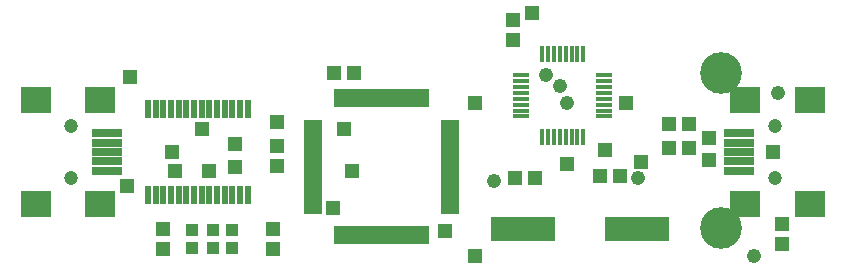
<source format=gts>
G75*
G70*
%OFA0B0*%
%FSLAX24Y24*%
%IPPOS*%
%LPD*%
%AMOC8*
5,1,8,0,0,1.08239X$1,22.5*
%
%ADD10R,0.0513X0.0474*%
%ADD11R,0.0395X0.0395*%
%ADD12R,0.0217X0.0630*%
%ADD13R,0.0474X0.0513*%
%ADD14R,0.0198X0.0631*%
%ADD15R,0.0631X0.0198*%
%ADD16R,0.1025X0.0867*%
%ADD17R,0.0989X0.0277*%
%ADD18C,0.0474*%
%ADD19R,0.2180X0.0840*%
%ADD20R,0.0180X0.0530*%
%ADD21R,0.0530X0.0180*%
%ADD22C,0.1390*%
%ADD23R,0.0476X0.0476*%
%ADD24C,0.0476*%
D10*
X005443Y000876D03*
X005443Y001545D03*
X009100Y001545D03*
X009100Y000876D03*
X017167Y003221D03*
X017836Y003221D03*
X020002Y003300D03*
X020671Y003300D03*
X011810Y006729D03*
X011140Y006729D03*
D11*
X007725Y001506D03*
X007100Y001506D03*
X006396Y001506D03*
X006396Y000915D03*
X007100Y000915D03*
X007725Y000915D03*
D12*
X007752Y002665D03*
X008007Y002665D03*
X008263Y002665D03*
X007496Y002665D03*
X007240Y002665D03*
X006984Y002665D03*
X006728Y002665D03*
X006472Y002665D03*
X006216Y002665D03*
X005960Y002665D03*
X005704Y002665D03*
X005448Y002665D03*
X005193Y002665D03*
X004937Y002665D03*
X004937Y005544D03*
X005193Y005544D03*
X005448Y005544D03*
X005704Y005544D03*
X005960Y005544D03*
X006216Y005544D03*
X006472Y005544D03*
X006728Y005544D03*
X006984Y005544D03*
X007240Y005544D03*
X007496Y005544D03*
X007752Y005544D03*
X008007Y005544D03*
X008263Y005544D03*
D13*
X009225Y004314D03*
X009225Y003644D03*
X017108Y007847D03*
X017108Y008517D03*
X022317Y005035D03*
X022986Y005035D03*
X022986Y004238D03*
X022317Y004238D03*
X026060Y001706D03*
X026060Y001037D03*
D14*
X014201Y001321D03*
X014005Y001321D03*
X013808Y001321D03*
X013611Y001321D03*
X013414Y001321D03*
X013217Y001321D03*
X013020Y001321D03*
X012823Y001321D03*
X012627Y001321D03*
X012430Y001321D03*
X012233Y001321D03*
X012036Y001321D03*
X011839Y001321D03*
X011642Y001321D03*
X011445Y001321D03*
X011249Y001321D03*
X011249Y005888D03*
X011445Y005888D03*
X011642Y005888D03*
X011839Y005888D03*
X012036Y005888D03*
X012233Y005888D03*
X012430Y005888D03*
X012627Y005888D03*
X012823Y005888D03*
X013020Y005888D03*
X013217Y005888D03*
X013414Y005888D03*
X013611Y005888D03*
X013808Y005888D03*
X014005Y005888D03*
X014201Y005888D03*
D15*
X015008Y005081D03*
X015008Y004884D03*
X015008Y004687D03*
X015008Y004490D03*
X015008Y004293D03*
X015008Y004096D03*
X015008Y003899D03*
X015008Y003703D03*
X015008Y003506D03*
X015008Y003309D03*
X015008Y003112D03*
X015008Y002915D03*
X015008Y002718D03*
X015008Y002521D03*
X015008Y002325D03*
X015008Y002128D03*
X010442Y002128D03*
X010442Y002325D03*
X010442Y002521D03*
X010442Y002718D03*
X010442Y002915D03*
X010442Y003112D03*
X010442Y003309D03*
X010442Y003506D03*
X010442Y003703D03*
X010442Y003899D03*
X010442Y004096D03*
X010442Y004293D03*
X010442Y004490D03*
X010442Y004687D03*
X010442Y004884D03*
X010442Y005081D03*
D16*
X003353Y005836D03*
X001188Y005836D03*
X001188Y002372D03*
X003353Y002372D03*
X024847Y002372D03*
X027012Y002372D03*
X027012Y005836D03*
X024847Y005836D03*
D17*
X024625Y004734D03*
X024625Y004419D03*
X024625Y004104D03*
X024625Y003789D03*
X024625Y003474D03*
X003575Y003474D03*
X003575Y003789D03*
X003575Y004104D03*
X003575Y004419D03*
X003575Y004734D03*
D18*
X002369Y004970D03*
X002369Y003238D03*
X025831Y003238D03*
X025831Y004970D03*
D19*
X021250Y001539D03*
X017450Y001539D03*
D20*
X018072Y004599D03*
X018269Y004599D03*
X018466Y004599D03*
X018663Y004599D03*
X018860Y004599D03*
X019057Y004599D03*
X019254Y004599D03*
X019450Y004599D03*
X019450Y007355D03*
X019254Y007355D03*
X019057Y007355D03*
X018860Y007355D03*
X018663Y007355D03*
X018466Y007355D03*
X018269Y007355D03*
X018072Y007355D03*
D21*
X017383Y006666D03*
X017383Y006469D03*
X017383Y006272D03*
X017383Y006076D03*
X017383Y005879D03*
X017383Y005682D03*
X017383Y005485D03*
X017383Y005288D03*
X020139Y005288D03*
X020139Y005485D03*
X020139Y005682D03*
X020139Y005879D03*
X020139Y006076D03*
X020139Y006272D03*
X020139Y006469D03*
X020139Y006666D03*
D22*
X024037Y006751D03*
X024037Y001581D03*
D23*
X018919Y003694D03*
X020179Y004166D03*
X021360Y003772D03*
X023643Y003851D03*
X023643Y004560D03*
X025769Y004087D03*
X020887Y005741D03*
X015848Y005741D03*
X011475Y004854D03*
X009225Y005104D03*
X007850Y004354D03*
X006725Y004854D03*
X005725Y004104D03*
X005850Y003479D03*
X006975Y003479D03*
X007850Y003604D03*
X004225Y002979D03*
X011100Y002229D03*
X011725Y003479D03*
X014850Y001479D03*
X015848Y000623D03*
X004352Y006607D03*
X017738Y008733D03*
D24*
X018210Y006686D03*
X018683Y006292D03*
X018919Y005741D03*
X025927Y006056D03*
X021281Y003221D03*
X016478Y003143D03*
X025139Y000623D03*
M02*

</source>
